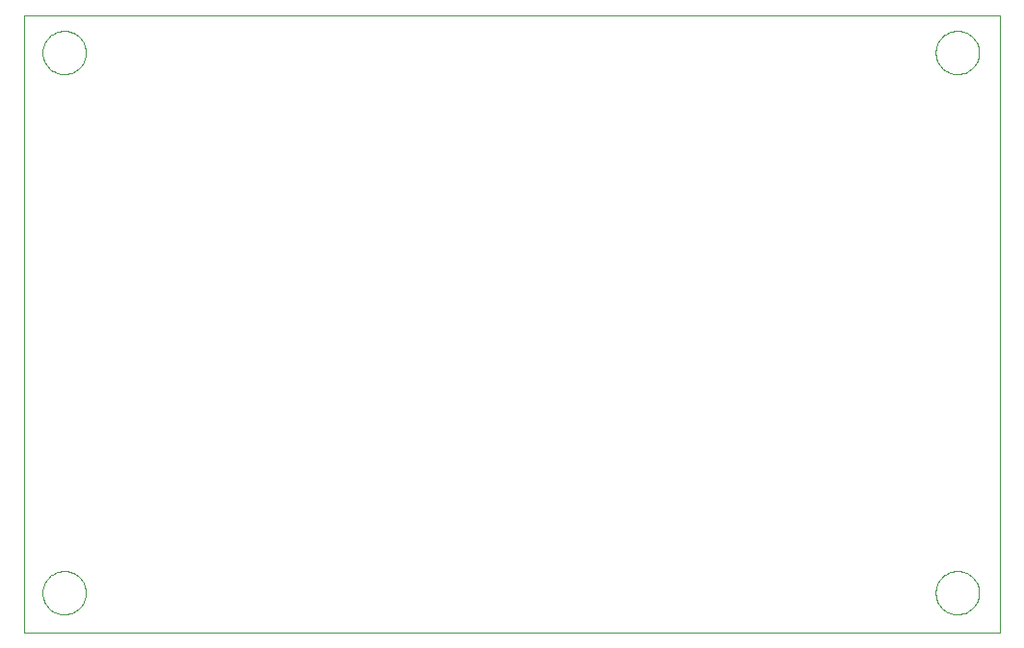
<source format=gko>
G75*
G70*
%OFA0B0*%
%FSLAX24Y24*%
%IPPOS*%
%LPD*%
%AMOC8*
5,1,8,0,0,1.08239X$1,22.5*
%
%ADD10C,0.0000*%
D10*
X000101Y000101D02*
X000101Y021471D01*
X033843Y021471D01*
X033843Y000101D01*
X000101Y000101D01*
X000729Y001479D02*
X000731Y001533D01*
X000737Y001587D01*
X000747Y001640D01*
X000760Y001693D01*
X000777Y001744D01*
X000798Y001794D01*
X000823Y001842D01*
X000851Y001889D01*
X000882Y001933D01*
X000916Y001975D01*
X000953Y002014D01*
X000993Y002051D01*
X001036Y002084D01*
X001081Y002115D01*
X001128Y002142D01*
X001176Y002165D01*
X001227Y002185D01*
X001278Y002202D01*
X001331Y002214D01*
X001384Y002223D01*
X001438Y002228D01*
X001493Y002229D01*
X001547Y002226D01*
X001600Y002219D01*
X001653Y002208D01*
X001706Y002194D01*
X001757Y002176D01*
X001806Y002154D01*
X001854Y002129D01*
X001900Y002100D01*
X001944Y002068D01*
X001985Y002033D01*
X002023Y001995D01*
X002059Y001954D01*
X002092Y001911D01*
X002122Y001866D01*
X002148Y001818D01*
X002171Y001769D01*
X002190Y001718D01*
X002205Y001667D01*
X002217Y001614D01*
X002225Y001560D01*
X002229Y001506D01*
X002229Y001452D01*
X002225Y001398D01*
X002217Y001344D01*
X002205Y001291D01*
X002190Y001240D01*
X002171Y001189D01*
X002148Y001140D01*
X002122Y001092D01*
X002092Y001047D01*
X002059Y001004D01*
X002023Y000963D01*
X001985Y000925D01*
X001944Y000890D01*
X001900Y000858D01*
X001854Y000829D01*
X001806Y000804D01*
X001757Y000782D01*
X001706Y000764D01*
X001653Y000750D01*
X001600Y000739D01*
X001547Y000732D01*
X001493Y000729D01*
X001438Y000730D01*
X001384Y000735D01*
X001331Y000744D01*
X001278Y000756D01*
X001227Y000773D01*
X001176Y000793D01*
X001128Y000816D01*
X001081Y000843D01*
X001036Y000874D01*
X000993Y000907D01*
X000953Y000944D01*
X000916Y000983D01*
X000882Y001025D01*
X000851Y001069D01*
X000823Y001116D01*
X000798Y001164D01*
X000777Y001214D01*
X000760Y001265D01*
X000747Y001318D01*
X000737Y001371D01*
X000731Y001425D01*
X000729Y001479D01*
X031634Y001479D02*
X031636Y001533D01*
X031642Y001587D01*
X031652Y001640D01*
X031665Y001693D01*
X031682Y001744D01*
X031703Y001794D01*
X031728Y001842D01*
X031756Y001889D01*
X031787Y001933D01*
X031821Y001975D01*
X031858Y002014D01*
X031898Y002051D01*
X031941Y002084D01*
X031986Y002115D01*
X032033Y002142D01*
X032081Y002165D01*
X032132Y002185D01*
X032183Y002202D01*
X032236Y002214D01*
X032289Y002223D01*
X032343Y002228D01*
X032398Y002229D01*
X032452Y002226D01*
X032505Y002219D01*
X032558Y002208D01*
X032611Y002194D01*
X032662Y002176D01*
X032711Y002154D01*
X032759Y002129D01*
X032805Y002100D01*
X032849Y002068D01*
X032890Y002033D01*
X032928Y001995D01*
X032964Y001954D01*
X032997Y001911D01*
X033027Y001866D01*
X033053Y001818D01*
X033076Y001769D01*
X033095Y001718D01*
X033110Y001667D01*
X033122Y001614D01*
X033130Y001560D01*
X033134Y001506D01*
X033134Y001452D01*
X033130Y001398D01*
X033122Y001344D01*
X033110Y001291D01*
X033095Y001240D01*
X033076Y001189D01*
X033053Y001140D01*
X033027Y001092D01*
X032997Y001047D01*
X032964Y001004D01*
X032928Y000963D01*
X032890Y000925D01*
X032849Y000890D01*
X032805Y000858D01*
X032759Y000829D01*
X032711Y000804D01*
X032662Y000782D01*
X032611Y000764D01*
X032558Y000750D01*
X032505Y000739D01*
X032452Y000732D01*
X032398Y000729D01*
X032343Y000730D01*
X032289Y000735D01*
X032236Y000744D01*
X032183Y000756D01*
X032132Y000773D01*
X032081Y000793D01*
X032033Y000816D01*
X031986Y000843D01*
X031941Y000874D01*
X031898Y000907D01*
X031858Y000944D01*
X031821Y000983D01*
X031787Y001025D01*
X031756Y001069D01*
X031728Y001116D01*
X031703Y001164D01*
X031682Y001214D01*
X031665Y001265D01*
X031652Y001318D01*
X031642Y001371D01*
X031636Y001425D01*
X031634Y001479D01*
X031634Y020180D02*
X031636Y020234D01*
X031642Y020288D01*
X031652Y020341D01*
X031665Y020394D01*
X031682Y020445D01*
X031703Y020495D01*
X031728Y020543D01*
X031756Y020590D01*
X031787Y020634D01*
X031821Y020676D01*
X031858Y020715D01*
X031898Y020752D01*
X031941Y020785D01*
X031986Y020816D01*
X032033Y020843D01*
X032081Y020866D01*
X032132Y020886D01*
X032183Y020903D01*
X032236Y020915D01*
X032289Y020924D01*
X032343Y020929D01*
X032398Y020930D01*
X032452Y020927D01*
X032505Y020920D01*
X032558Y020909D01*
X032611Y020895D01*
X032662Y020877D01*
X032711Y020855D01*
X032759Y020830D01*
X032805Y020801D01*
X032849Y020769D01*
X032890Y020734D01*
X032928Y020696D01*
X032964Y020655D01*
X032997Y020612D01*
X033027Y020567D01*
X033053Y020519D01*
X033076Y020470D01*
X033095Y020419D01*
X033110Y020368D01*
X033122Y020315D01*
X033130Y020261D01*
X033134Y020207D01*
X033134Y020153D01*
X033130Y020099D01*
X033122Y020045D01*
X033110Y019992D01*
X033095Y019941D01*
X033076Y019890D01*
X033053Y019841D01*
X033027Y019793D01*
X032997Y019748D01*
X032964Y019705D01*
X032928Y019664D01*
X032890Y019626D01*
X032849Y019591D01*
X032805Y019559D01*
X032759Y019530D01*
X032711Y019505D01*
X032662Y019483D01*
X032611Y019465D01*
X032558Y019451D01*
X032505Y019440D01*
X032452Y019433D01*
X032398Y019430D01*
X032343Y019431D01*
X032289Y019436D01*
X032236Y019445D01*
X032183Y019457D01*
X032132Y019474D01*
X032081Y019494D01*
X032033Y019517D01*
X031986Y019544D01*
X031941Y019575D01*
X031898Y019608D01*
X031858Y019645D01*
X031821Y019684D01*
X031787Y019726D01*
X031756Y019770D01*
X031728Y019817D01*
X031703Y019865D01*
X031682Y019915D01*
X031665Y019966D01*
X031652Y020019D01*
X031642Y020072D01*
X031636Y020126D01*
X031634Y020180D01*
X000729Y020180D02*
X000731Y020234D01*
X000737Y020288D01*
X000747Y020341D01*
X000760Y020394D01*
X000777Y020445D01*
X000798Y020495D01*
X000823Y020543D01*
X000851Y020590D01*
X000882Y020634D01*
X000916Y020676D01*
X000953Y020715D01*
X000993Y020752D01*
X001036Y020785D01*
X001081Y020816D01*
X001128Y020843D01*
X001176Y020866D01*
X001227Y020886D01*
X001278Y020903D01*
X001331Y020915D01*
X001384Y020924D01*
X001438Y020929D01*
X001493Y020930D01*
X001547Y020927D01*
X001600Y020920D01*
X001653Y020909D01*
X001706Y020895D01*
X001757Y020877D01*
X001806Y020855D01*
X001854Y020830D01*
X001900Y020801D01*
X001944Y020769D01*
X001985Y020734D01*
X002023Y020696D01*
X002059Y020655D01*
X002092Y020612D01*
X002122Y020567D01*
X002148Y020519D01*
X002171Y020470D01*
X002190Y020419D01*
X002205Y020368D01*
X002217Y020315D01*
X002225Y020261D01*
X002229Y020207D01*
X002229Y020153D01*
X002225Y020099D01*
X002217Y020045D01*
X002205Y019992D01*
X002190Y019941D01*
X002171Y019890D01*
X002148Y019841D01*
X002122Y019793D01*
X002092Y019748D01*
X002059Y019705D01*
X002023Y019664D01*
X001985Y019626D01*
X001944Y019591D01*
X001900Y019559D01*
X001854Y019530D01*
X001806Y019505D01*
X001757Y019483D01*
X001706Y019465D01*
X001653Y019451D01*
X001600Y019440D01*
X001547Y019433D01*
X001493Y019430D01*
X001438Y019431D01*
X001384Y019436D01*
X001331Y019445D01*
X001278Y019457D01*
X001227Y019474D01*
X001176Y019494D01*
X001128Y019517D01*
X001081Y019544D01*
X001036Y019575D01*
X000993Y019608D01*
X000953Y019645D01*
X000916Y019684D01*
X000882Y019726D01*
X000851Y019770D01*
X000823Y019817D01*
X000798Y019865D01*
X000777Y019915D01*
X000760Y019966D01*
X000747Y020019D01*
X000737Y020072D01*
X000731Y020126D01*
X000729Y020180D01*
M02*

</source>
